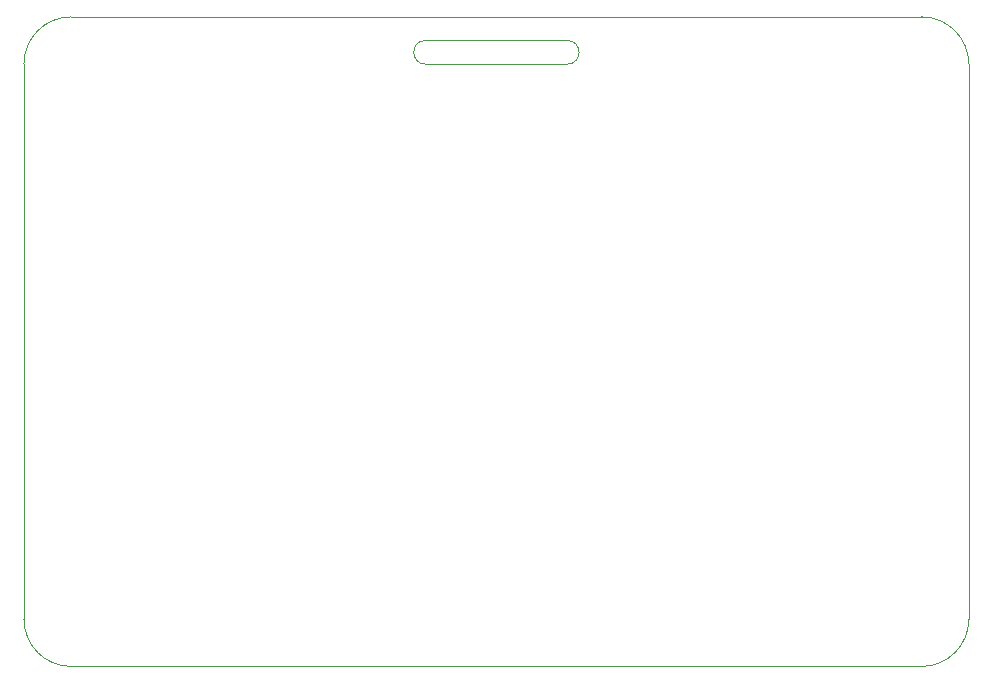
<source format=gbr>
%TF.GenerationSoftware,KiCad,Pcbnew,8.0.6*%
%TF.CreationDate,2024-12-16T19:53:59-05:00*%
%TF.ProjectId,nametag,6e616d65-7461-4672-9e6b-696361645f70,rev?*%
%TF.SameCoordinates,Original*%
%TF.FileFunction,Profile,NP*%
%FSLAX46Y46*%
G04 Gerber Fmt 4.6, Leading zero omitted, Abs format (unit mm)*
G04 Created by KiCad (PCBNEW 8.0.6) date 2024-12-16 19:53:59*
%MOMM*%
%LPD*%
G01*
G04 APERTURE LIST*
%TA.AperFunction,Profile*%
%ADD10C,0.050000*%
%TD*%
G04 APERTURE END LIST*
D10*
X44000000Y-95000000D02*
X116000000Y-95000000D01*
X40000000Y-44000000D02*
X40000000Y-91000000D01*
X120000000Y-91000000D02*
G75*
G02*
X116000000Y-95000000I-4000000J0D01*
G01*
X74000000Y-44000000D02*
X86000000Y-44000000D01*
X116000000Y-40000000D02*
G75*
G02*
X120000000Y-44000000I0J-4000000D01*
G01*
X74000000Y-44000000D02*
G75*
G02*
X74000000Y-42000000I0J1000000D01*
G01*
X74000000Y-42000000D02*
X86000000Y-42000000D01*
X40000000Y-44000000D02*
G75*
G02*
X44000000Y-40000000I4000000J0D01*
G01*
X44000000Y-95000000D02*
G75*
G02*
X40000000Y-91000000I0J4000000D01*
G01*
X116000000Y-40000000D02*
X44000000Y-40000000D01*
X120000000Y-91000000D02*
X120000000Y-44000000D01*
X86000000Y-42000000D02*
G75*
G02*
X86000000Y-44000000I0J-1000000D01*
G01*
M02*

</source>
